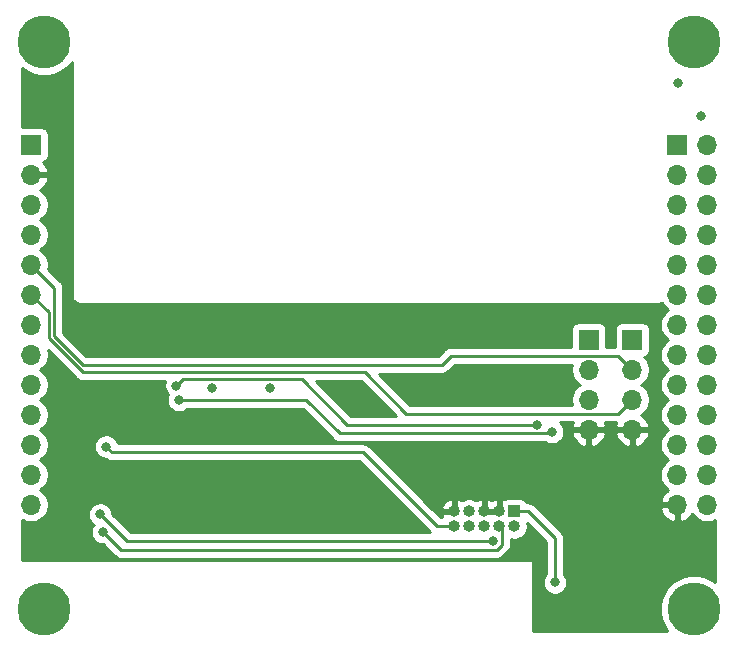
<source format=gbr>
%TF.GenerationSoftware,KiCad,Pcbnew,5.1.10-88a1d61d58~90~ubuntu20.04.1*%
%TF.CreationDate,2021-12-07T12:23:46+00:00*%
%TF.ProjectId,nrf52840,6e726635-3238-4343-902e-6b696361645f,rev?*%
%TF.SameCoordinates,Original*%
%TF.FileFunction,Copper,L2,Bot*%
%TF.FilePolarity,Positive*%
%FSLAX46Y46*%
G04 Gerber Fmt 4.6, Leading zero omitted, Abs format (unit mm)*
G04 Created by KiCad (PCBNEW 5.1.10-88a1d61d58~90~ubuntu20.04.1) date 2021-12-07 12:23:46*
%MOMM*%
%LPD*%
G01*
G04 APERTURE LIST*
%TA.AperFunction,ComponentPad*%
%ADD10O,1.700000X1.700000*%
%TD*%
%TA.AperFunction,ComponentPad*%
%ADD11R,1.700000X1.700000*%
%TD*%
%TA.AperFunction,ComponentPad*%
%ADD12C,4.500000*%
%TD*%
%TA.AperFunction,ComponentPad*%
%ADD13O,1.000000X1.000000*%
%TD*%
%TA.AperFunction,ComponentPad*%
%ADD14R,1.000000X1.000000*%
%TD*%
%TA.AperFunction,ViaPad*%
%ADD15C,0.800000*%
%TD*%
%TA.AperFunction,Conductor*%
%ADD16C,0.250000*%
%TD*%
%TA.AperFunction,Conductor*%
%ADD17C,0.254000*%
%TD*%
%TA.AperFunction,Conductor*%
%ADD18C,0.100000*%
%TD*%
G04 APERTURE END LIST*
D10*
%TO.P,J5,4*%
%TO.N,GND*%
X183600000Y-106320000D03*
%TO.P,J5,3*%
%TO.N,/USB2_DP*%
X183600000Y-103780000D03*
%TO.P,J5,2*%
%TO.N,/USB2_DM*%
X183600000Y-101240000D03*
D11*
%TO.P,J5,1*%
%TO.N,+5V*%
X183600000Y-98700000D03*
%TD*%
D12*
%TO.P,H4,1*%
%TO.N,N/C*%
X192500000Y-121500000D03*
%TD*%
%TO.P,H3,1*%
%TO.N,N/C*%
X192500000Y-73500000D03*
%TD*%
%TO.P,H2,1*%
%TO.N,N/C*%
X137500000Y-121500000D03*
%TD*%
%TO.P,H1,1*%
%TO.N,N/C*%
X137500000Y-73500000D03*
%TD*%
D13*
%TO.P,J4,10*%
%TO.N,Net-(C3-Pad1)*%
X172210000Y-114520000D03*
%TO.P,J4,9*%
%TO.N,GND*%
X172210000Y-113250000D03*
%TO.P,J4,8*%
%TO.N,N/C*%
X173480000Y-114520000D03*
%TO.P,J4,7*%
X173480000Y-113250000D03*
%TO.P,J4,6*%
X174750000Y-114520000D03*
%TO.P,J4,5*%
%TO.N,GND*%
X174750000Y-113250000D03*
%TO.P,J4,4*%
%TO.N,/SWDCLK*%
X176020000Y-114520000D03*
%TO.P,J4,3*%
%TO.N,GND*%
X176020000Y-113250000D03*
%TO.P,J4,2*%
%TO.N,/SWDIO*%
X177290000Y-114520000D03*
D14*
%TO.P,J4,1*%
%TO.N,VDD*%
X177290000Y-113250000D03*
%TD*%
D10*
%TO.P,J3,4*%
%TO.N,GND*%
X187300000Y-106320000D03*
%TO.P,J3,3*%
%TO.N,/USB3_DP*%
X187300000Y-103780000D03*
%TO.P,J3,2*%
%TO.N,/USB3_DM*%
X187300000Y-101240000D03*
D11*
%TO.P,J3,1*%
%TO.N,+5V*%
X187300000Y-98700000D03*
%TD*%
D10*
%TO.P,J2,13*%
%TO.N,N/C*%
X136400000Y-112680000D03*
%TO.P,J2,12*%
X136400000Y-110140000D03*
%TO.P,J2,11*%
X136400000Y-107600000D03*
%TO.P,J2,10*%
X136400000Y-105060000D03*
%TO.P,J2,9*%
X136400000Y-102520000D03*
%TO.P,J2,8*%
X136400000Y-99980000D03*
%TO.P,J2,7*%
X136400000Y-97440000D03*
%TO.P,J2,6*%
%TO.N,/USB3_DP*%
X136400000Y-94900000D03*
%TO.P,J2,5*%
%TO.N,/USB3_DM*%
X136400000Y-92360000D03*
%TO.P,J2,4*%
%TO.N,/USB2_DP*%
X136400000Y-89820000D03*
%TO.P,J2,3*%
%TO.N,/USB2_DM*%
X136400000Y-87280000D03*
%TO.P,J2,2*%
%TO.N,GND*%
X136400000Y-84740000D03*
D11*
%TO.P,J2,1*%
%TO.N,+5V*%
X136400000Y-82200000D03*
%TD*%
D10*
%TO.P,J1,26*%
%TO.N,N/C*%
X193640000Y-112680000D03*
%TO.P,J1,25*%
%TO.N,GND*%
X191100000Y-112680000D03*
%TO.P,J1,24*%
%TO.N,N/C*%
X193640000Y-110140000D03*
%TO.P,J1,23*%
X191100000Y-110140000D03*
%TO.P,J1,22*%
X193640000Y-107600000D03*
%TO.P,J1,21*%
X191100000Y-107600000D03*
%TO.P,J1,20*%
%TO.N,GND*%
X193640000Y-105060000D03*
%TO.P,J1,19*%
%TO.N,N/C*%
X191100000Y-105060000D03*
%TO.P,J1,18*%
X193640000Y-102520000D03*
%TO.P,J1,17*%
%TO.N,+3V3*%
X191100000Y-102520000D03*
%TO.P,J1,16*%
%TO.N,N/C*%
X193640000Y-99980000D03*
%TO.P,J1,15*%
X191100000Y-99980000D03*
%TO.P,J1,14*%
%TO.N,GND*%
X193640000Y-97440000D03*
%TO.P,J1,13*%
%TO.N,N/C*%
X191100000Y-97440000D03*
%TO.P,J1,12*%
X193640000Y-94900000D03*
%TO.P,J1,11*%
X191100000Y-94900000D03*
%TO.P,J1,10*%
X193640000Y-92360000D03*
%TO.P,J1,9*%
%TO.N,GND*%
X191100000Y-92360000D03*
%TO.P,J1,8*%
%TO.N,N/C*%
X193640000Y-89820000D03*
%TO.P,J1,7*%
X191100000Y-89820000D03*
%TO.P,J1,6*%
%TO.N,GND*%
X193640000Y-87280000D03*
%TO.P,J1,5*%
%TO.N,N/C*%
X191100000Y-87280000D03*
%TO.P,J1,4*%
%TO.N,+5V*%
X193640000Y-84740000D03*
%TO.P,J1,3*%
%TO.N,N/C*%
X191100000Y-84740000D03*
%TO.P,J1,2*%
%TO.N,+5V*%
X193640000Y-82200000D03*
D11*
%TO.P,J1,1*%
%TO.N,+3V3*%
X191100000Y-82200000D03*
%TD*%
D15*
%TO.N,*%
X191200000Y-77000000D03*
X193100000Y-79800000D03*
%TO.N,GND*%
X151400000Y-96200000D03*
X141300000Y-96400000D03*
X139700000Y-103200000D03*
X139600000Y-106400000D03*
X139700000Y-110100000D03*
X149800000Y-112600000D03*
X152100000Y-110400000D03*
X154400000Y-112200000D03*
X157900000Y-110700000D03*
X160200000Y-112900000D03*
X159200000Y-105900000D03*
X156600000Y-102800000D03*
X154600000Y-105200000D03*
X151700000Y-102800000D03*
X149800000Y-105800000D03*
X144000000Y-99700000D03*
X161600000Y-102600000D03*
X157300000Y-113800000D03*
X152100000Y-113700000D03*
X140800000Y-116100000D03*
X137500000Y-115400000D03*
X139500000Y-113000000D03*
X180600000Y-96500000D03*
X174100000Y-101200000D03*
X169500000Y-96200000D03*
X185900000Y-96400000D03*
X179600000Y-101900000D03*
X187000000Y-108800000D03*
X179900000Y-109700000D03*
X183300000Y-111100000D03*
X192200000Y-116900000D03*
X187800000Y-118100000D03*
X183500000Y-115100000D03*
X187200000Y-113300000D03*
X172700000Y-111100000D03*
X169500000Y-110700000D03*
X167900000Y-114100000D03*
X137700000Y-77400000D03*
X137600000Y-79400000D03*
X139100000Y-82300000D03*
X138000000Y-86400000D03*
X150200000Y-98300000D03*
%TO.N,VDD*%
X180750000Y-119250000D03*
%TO.N,/USB2_DP*%
X148900000Y-103800000D03*
X180500000Y-106500000D03*
%TO.N,/USB2_DM*%
X148700000Y-102600000D03*
X179200000Y-105900000D03*
%TO.N,/SWDIO*%
X142250000Y-113500000D03*
X175500000Y-115750000D03*
%TO.N,/SWDCLK*%
X142500000Y-115000000D03*
%TO.N,Net-(C3-Pad1)*%
X142750000Y-107750000D03*
%TD*%
D16*
%TO.N,VDD*%
X180750000Y-119250000D02*
X180750000Y-115500000D01*
X178500000Y-113250000D02*
X177290000Y-113250000D01*
X180750000Y-115500000D02*
X178500000Y-113250000D01*
%TO.N,/USB2_DP*%
X148900000Y-103800000D02*
X159700000Y-103800000D01*
X162525001Y-106625001D02*
X180274999Y-106625001D01*
X159700000Y-103800000D02*
X162525001Y-106625001D01*
X180400000Y-106500000D02*
X180500000Y-106500000D01*
X180274999Y-106625001D02*
X180400000Y-106500000D01*
%TO.N,/USB2_DM*%
X159301997Y-102074999D02*
X163126998Y-105900000D01*
X149225001Y-102074999D02*
X159301997Y-102074999D01*
X148700000Y-102600000D02*
X149225001Y-102074999D01*
X163126998Y-105900000D02*
X179200000Y-105900000D01*
%TO.N,/USB3_DP*%
X186124999Y-104955001D02*
X187300000Y-103780000D01*
X164674999Y-101474999D02*
X168155001Y-104955001D01*
X140774999Y-101474999D02*
X164674999Y-101474999D01*
X168155001Y-104955001D02*
X186124999Y-104955001D01*
X137900000Y-98600000D02*
X140774999Y-101474999D01*
X137900000Y-96400000D02*
X137900000Y-98600000D01*
X136400000Y-94900000D02*
X137900000Y-96400000D01*
%TO.N,/USB3_DM*%
X138350010Y-94310010D02*
X136400000Y-92360000D01*
X171174999Y-100825001D02*
X140761411Y-100825001D01*
X138350010Y-98413600D02*
X138350010Y-94310010D01*
X171935001Y-100064999D02*
X171174999Y-100825001D01*
X140761411Y-100825001D02*
X138350010Y-98413600D01*
X186124999Y-100064999D02*
X171935001Y-100064999D01*
X187300000Y-101240000D02*
X186124999Y-100064999D01*
%TO.N,/SWDIO*%
X142250000Y-113500000D02*
X144500000Y-115750000D01*
X144500000Y-115750000D02*
X175500000Y-115750000D01*
%TO.N,/SWDCLK*%
X176250000Y-114750000D02*
X176020000Y-114520000D01*
X176250000Y-116073002D02*
X176250000Y-114750000D01*
X144000000Y-116500000D02*
X175823002Y-116500000D01*
X175823002Y-116500000D02*
X176250000Y-116073002D01*
X142500000Y-115000000D02*
X144000000Y-116500000D01*
%TO.N,Net-(C3-Pad1)*%
X142750000Y-107750000D02*
X143250000Y-108250000D01*
X143250000Y-108250000D02*
X164500000Y-108250000D01*
X170770000Y-114520000D02*
X172210000Y-114520000D01*
X164500000Y-108250000D02*
X170770000Y-114520000D01*
%TD*%
D17*
%TO.N,GND*%
X139840000Y-94967581D02*
X139836807Y-95000000D01*
X139849550Y-95129383D01*
X139887290Y-95253793D01*
X139948575Y-95368450D01*
X139983497Y-95411002D01*
X140031052Y-95468948D01*
X140131550Y-95551425D01*
X140246207Y-95612710D01*
X140370617Y-95650450D01*
X140500000Y-95663193D01*
X140532419Y-95660000D01*
X189467581Y-95660000D01*
X189500000Y-95663193D01*
X189532419Y-95660000D01*
X189629383Y-95650450D01*
X189753793Y-95612710D01*
X189781686Y-95597801D01*
X189784010Y-95603411D01*
X189946525Y-95846632D01*
X190153368Y-96053475D01*
X190327760Y-96170000D01*
X190153368Y-96286525D01*
X189946525Y-96493368D01*
X189784010Y-96736589D01*
X189672068Y-97006842D01*
X189615000Y-97293740D01*
X189615000Y-97586260D01*
X189672068Y-97873158D01*
X189784010Y-98143411D01*
X189946525Y-98386632D01*
X190153368Y-98593475D01*
X190327760Y-98710000D01*
X190153368Y-98826525D01*
X189946525Y-99033368D01*
X189784010Y-99276589D01*
X189672068Y-99546842D01*
X189615000Y-99833740D01*
X189615000Y-100126260D01*
X189672068Y-100413158D01*
X189784010Y-100683411D01*
X189946525Y-100926632D01*
X190153368Y-101133475D01*
X190327760Y-101250000D01*
X190153368Y-101366525D01*
X189946525Y-101573368D01*
X189784010Y-101816589D01*
X189672068Y-102086842D01*
X189615000Y-102373740D01*
X189615000Y-102666260D01*
X189672068Y-102953158D01*
X189784010Y-103223411D01*
X189946525Y-103466632D01*
X190153368Y-103673475D01*
X190327760Y-103790000D01*
X190153368Y-103906525D01*
X189946525Y-104113368D01*
X189784010Y-104356589D01*
X189672068Y-104626842D01*
X189615000Y-104913740D01*
X189615000Y-105206260D01*
X189672068Y-105493158D01*
X189784010Y-105763411D01*
X189946525Y-106006632D01*
X190153368Y-106213475D01*
X190327760Y-106330000D01*
X190153368Y-106446525D01*
X189946525Y-106653368D01*
X189784010Y-106896589D01*
X189672068Y-107166842D01*
X189615000Y-107453740D01*
X189615000Y-107746260D01*
X189672068Y-108033158D01*
X189784010Y-108303411D01*
X189946525Y-108546632D01*
X190153368Y-108753475D01*
X190327760Y-108870000D01*
X190153368Y-108986525D01*
X189946525Y-109193368D01*
X189784010Y-109436589D01*
X189672068Y-109706842D01*
X189615000Y-109993740D01*
X189615000Y-110286260D01*
X189672068Y-110573158D01*
X189784010Y-110843411D01*
X189946525Y-111086632D01*
X190153368Y-111293475D01*
X190335534Y-111415195D01*
X190218645Y-111484822D01*
X190002412Y-111679731D01*
X189828359Y-111913080D01*
X189703175Y-112175901D01*
X189658524Y-112323110D01*
X189779845Y-112553000D01*
X190973000Y-112553000D01*
X190973000Y-112533000D01*
X191227000Y-112533000D01*
X191227000Y-112553000D01*
X191247000Y-112553000D01*
X191247000Y-112807000D01*
X191227000Y-112807000D01*
X191227000Y-114000814D01*
X191456891Y-114121481D01*
X191731252Y-114024157D01*
X191981355Y-113875178D01*
X192197588Y-113680269D01*
X192368900Y-113450594D01*
X192486525Y-113626632D01*
X192693368Y-113833475D01*
X192936589Y-113995990D01*
X193206842Y-114107932D01*
X193493740Y-114165000D01*
X193786260Y-114165000D01*
X194073158Y-114107932D01*
X194340000Y-113997403D01*
X194340000Y-119259994D01*
X194339080Y-119259074D01*
X193866560Y-118943346D01*
X193341523Y-118725869D01*
X192784148Y-118615000D01*
X192215852Y-118615000D01*
X191658477Y-118725869D01*
X191133440Y-118943346D01*
X190660920Y-119259074D01*
X190259074Y-119660920D01*
X189943346Y-120133440D01*
X189725869Y-120658477D01*
X189615000Y-121215852D01*
X189615000Y-121784148D01*
X189725869Y-122341523D01*
X189943346Y-122866560D01*
X190259074Y-123339080D01*
X190259994Y-123340000D01*
X178877000Y-123340000D01*
X178877000Y-117500000D01*
X178874560Y-117475224D01*
X178867333Y-117451399D01*
X178855597Y-117429443D01*
X178839803Y-117410197D01*
X178820557Y-117394403D01*
X178798601Y-117382667D01*
X178774776Y-117375440D01*
X178750000Y-117373000D01*
X135660000Y-117373000D01*
X135660000Y-113971542D01*
X135696589Y-113995990D01*
X135966842Y-114107932D01*
X136253740Y-114165000D01*
X136546260Y-114165000D01*
X136833158Y-114107932D01*
X137103411Y-113995990D01*
X137346632Y-113833475D01*
X137553475Y-113626632D01*
X137706201Y-113398061D01*
X141215000Y-113398061D01*
X141215000Y-113601939D01*
X141254774Y-113801898D01*
X141332795Y-113990256D01*
X141446063Y-114159774D01*
X141590226Y-114303937D01*
X141680159Y-114364028D01*
X141582795Y-114509744D01*
X141504774Y-114698102D01*
X141465000Y-114898061D01*
X141465000Y-115101939D01*
X141504774Y-115301898D01*
X141582795Y-115490256D01*
X141696063Y-115659774D01*
X141840226Y-115803937D01*
X142009744Y-115917205D01*
X142198102Y-115995226D01*
X142398061Y-116035000D01*
X142460199Y-116035000D01*
X143436201Y-117011003D01*
X143459999Y-117040001D01*
X143575724Y-117134974D01*
X143707753Y-117205546D01*
X143851014Y-117249003D01*
X143962667Y-117260000D01*
X143962676Y-117260000D01*
X143999999Y-117263676D01*
X144037322Y-117260000D01*
X175785680Y-117260000D01*
X175823002Y-117263676D01*
X175860324Y-117260000D01*
X175860335Y-117260000D01*
X175971988Y-117249003D01*
X176115249Y-117205546D01*
X176247278Y-117134974D01*
X176363003Y-117040001D01*
X176386806Y-117010997D01*
X176760998Y-116636805D01*
X176790001Y-116613003D01*
X176884974Y-116497278D01*
X176955546Y-116365249D01*
X176999003Y-116221988D01*
X177010000Y-116110335D01*
X177010000Y-116110326D01*
X177013676Y-116073003D01*
X177010000Y-116035680D01*
X177010000Y-115621541D01*
X177178212Y-115655000D01*
X177401788Y-115655000D01*
X177621067Y-115611383D01*
X177827624Y-115525824D01*
X178013520Y-115401612D01*
X178171612Y-115243520D01*
X178295824Y-115057624D01*
X178381383Y-114851067D01*
X178425000Y-114631788D01*
X178425000Y-114408212D01*
X178385666Y-114210468D01*
X179990001Y-115814803D01*
X179990000Y-118546289D01*
X179946063Y-118590226D01*
X179832795Y-118759744D01*
X179754774Y-118948102D01*
X179715000Y-119148061D01*
X179715000Y-119351939D01*
X179754774Y-119551898D01*
X179832795Y-119740256D01*
X179946063Y-119909774D01*
X180090226Y-120053937D01*
X180259744Y-120167205D01*
X180448102Y-120245226D01*
X180648061Y-120285000D01*
X180851939Y-120285000D01*
X181051898Y-120245226D01*
X181240256Y-120167205D01*
X181409774Y-120053937D01*
X181553937Y-119909774D01*
X181667205Y-119740256D01*
X181745226Y-119551898D01*
X181785000Y-119351939D01*
X181785000Y-119148061D01*
X181745226Y-118948102D01*
X181667205Y-118759744D01*
X181553937Y-118590226D01*
X181510000Y-118546289D01*
X181510000Y-115537333D01*
X181513677Y-115500000D01*
X181499003Y-115351014D01*
X181455546Y-115207753D01*
X181384974Y-115075724D01*
X181313799Y-114988997D01*
X181290001Y-114959999D01*
X181261003Y-114936201D01*
X179361692Y-113036890D01*
X189658524Y-113036890D01*
X189703175Y-113184099D01*
X189828359Y-113446920D01*
X190002412Y-113680269D01*
X190218645Y-113875178D01*
X190468748Y-114024157D01*
X190743109Y-114121481D01*
X190973000Y-114000814D01*
X190973000Y-112807000D01*
X189779845Y-112807000D01*
X189658524Y-113036890D01*
X179361692Y-113036890D01*
X179063804Y-112739003D01*
X179040001Y-112709999D01*
X178924276Y-112615026D01*
X178792247Y-112544454D01*
X178648986Y-112500997D01*
X178537333Y-112490000D01*
X178537322Y-112490000D01*
X178500000Y-112486324D01*
X178462678Y-112490000D01*
X178371046Y-112490000D01*
X178320537Y-112395506D01*
X178241185Y-112298815D01*
X178144494Y-112219463D01*
X178034180Y-112160498D01*
X177914482Y-112124188D01*
X177790000Y-112111928D01*
X176790000Y-112111928D01*
X176665518Y-112124188D01*
X176545820Y-112160498D01*
X176456820Y-112208070D01*
X176376864Y-112172554D01*
X176321874Y-112155881D01*
X176147000Y-112282046D01*
X176147000Y-113123000D01*
X176151928Y-113123000D01*
X176151928Y-113377000D01*
X176147000Y-113377000D01*
X176147000Y-113388026D01*
X176131788Y-113385000D01*
X175908212Y-113385000D01*
X175893000Y-113388026D01*
X175893000Y-113377000D01*
X174877000Y-113377000D01*
X174877000Y-113388026D01*
X174861788Y-113385000D01*
X174638212Y-113385000D01*
X174623000Y-113388026D01*
X174623000Y-113377000D01*
X174611974Y-113377000D01*
X174615000Y-113361788D01*
X174615000Y-113138212D01*
X174611974Y-113123000D01*
X174623000Y-113123000D01*
X174623000Y-112282046D01*
X174877000Y-112282046D01*
X174877000Y-113123000D01*
X175893000Y-113123000D01*
X175893000Y-112282046D01*
X175718126Y-112155881D01*
X175663136Y-112172554D01*
X175459794Y-112262877D01*
X175385000Y-112315639D01*
X175310206Y-112262877D01*
X175106864Y-112172554D01*
X175051874Y-112155881D01*
X174877000Y-112282046D01*
X174623000Y-112282046D01*
X174448126Y-112155881D01*
X174393136Y-112172554D01*
X174189794Y-112262877D01*
X174119658Y-112312353D01*
X174017624Y-112244176D01*
X173811067Y-112158617D01*
X173591788Y-112115000D01*
X173368212Y-112115000D01*
X173148933Y-112158617D01*
X172942376Y-112244176D01*
X172840342Y-112312353D01*
X172770206Y-112262877D01*
X172566864Y-112172554D01*
X172511874Y-112155881D01*
X172337000Y-112282046D01*
X172337000Y-113123000D01*
X172348026Y-113123000D01*
X172345000Y-113138212D01*
X172345000Y-113361788D01*
X172348026Y-113377000D01*
X172337000Y-113377000D01*
X172337000Y-113388026D01*
X172321788Y-113385000D01*
X172098212Y-113385000D01*
X172083000Y-113388026D01*
X172083000Y-113377000D01*
X171240871Y-113377000D01*
X171115874Y-113551876D01*
X171195790Y-113759529D01*
X171196088Y-113760000D01*
X171084802Y-113760000D01*
X170272926Y-112948124D01*
X171115874Y-112948124D01*
X171240871Y-113123000D01*
X172083000Y-113123000D01*
X172083000Y-112282046D01*
X171908126Y-112155881D01*
X171853136Y-112172554D01*
X171649794Y-112262877D01*
X171467980Y-112391135D01*
X171314682Y-112552399D01*
X171195790Y-112740471D01*
X171115874Y-112948124D01*
X170272926Y-112948124D01*
X165063804Y-107739003D01*
X165040001Y-107709999D01*
X164924276Y-107615026D01*
X164792247Y-107544454D01*
X164648986Y-107500997D01*
X164537333Y-107490000D01*
X164537322Y-107490000D01*
X164500000Y-107486324D01*
X164462678Y-107490000D01*
X143753560Y-107490000D01*
X143745226Y-107448102D01*
X143667205Y-107259744D01*
X143553937Y-107090226D01*
X143409774Y-106946063D01*
X143240256Y-106832795D01*
X143051898Y-106754774D01*
X142851939Y-106715000D01*
X142648061Y-106715000D01*
X142448102Y-106754774D01*
X142259744Y-106832795D01*
X142090226Y-106946063D01*
X141946063Y-107090226D01*
X141832795Y-107259744D01*
X141754774Y-107448102D01*
X141715000Y-107648061D01*
X141715000Y-107851939D01*
X141754774Y-108051898D01*
X141832795Y-108240256D01*
X141946063Y-108409774D01*
X142090226Y-108553937D01*
X142259744Y-108667205D01*
X142448102Y-108745226D01*
X142648061Y-108785000D01*
X142705895Y-108785000D01*
X142709999Y-108790001D01*
X142825724Y-108884974D01*
X142957753Y-108955546D01*
X143101014Y-108999003D01*
X143212667Y-109010000D01*
X143212675Y-109010000D01*
X143250000Y-109013676D01*
X143287325Y-109010000D01*
X164185199Y-109010000D01*
X170165198Y-114990000D01*
X144814802Y-114990000D01*
X143285000Y-113460199D01*
X143285000Y-113398061D01*
X143245226Y-113198102D01*
X143167205Y-113009744D01*
X143053937Y-112840226D01*
X142909774Y-112696063D01*
X142740256Y-112582795D01*
X142551898Y-112504774D01*
X142351939Y-112465000D01*
X142148061Y-112465000D01*
X141948102Y-112504774D01*
X141759744Y-112582795D01*
X141590226Y-112696063D01*
X141446063Y-112840226D01*
X141332795Y-113009744D01*
X141254774Y-113198102D01*
X141215000Y-113398061D01*
X137706201Y-113398061D01*
X137715990Y-113383411D01*
X137827932Y-113113158D01*
X137885000Y-112826260D01*
X137885000Y-112533740D01*
X137827932Y-112246842D01*
X137715990Y-111976589D01*
X137553475Y-111733368D01*
X137346632Y-111526525D01*
X137172240Y-111410000D01*
X137346632Y-111293475D01*
X137553475Y-111086632D01*
X137715990Y-110843411D01*
X137827932Y-110573158D01*
X137885000Y-110286260D01*
X137885000Y-109993740D01*
X137827932Y-109706842D01*
X137715990Y-109436589D01*
X137553475Y-109193368D01*
X137346632Y-108986525D01*
X137172240Y-108870000D01*
X137346632Y-108753475D01*
X137553475Y-108546632D01*
X137715990Y-108303411D01*
X137827932Y-108033158D01*
X137885000Y-107746260D01*
X137885000Y-107453740D01*
X137827932Y-107166842D01*
X137715990Y-106896589D01*
X137553475Y-106653368D01*
X137346632Y-106446525D01*
X137172240Y-106330000D01*
X137346632Y-106213475D01*
X137553475Y-106006632D01*
X137715990Y-105763411D01*
X137827932Y-105493158D01*
X137885000Y-105206260D01*
X137885000Y-104913740D01*
X137827932Y-104626842D01*
X137715990Y-104356589D01*
X137553475Y-104113368D01*
X137346632Y-103906525D01*
X137172240Y-103790000D01*
X137346632Y-103673475D01*
X137553475Y-103466632D01*
X137715990Y-103223411D01*
X137827932Y-102953158D01*
X137885000Y-102666260D01*
X137885000Y-102373740D01*
X137827932Y-102086842D01*
X137715990Y-101816589D01*
X137553475Y-101573368D01*
X137346632Y-101366525D01*
X137172240Y-101250000D01*
X137346632Y-101133475D01*
X137553475Y-100926632D01*
X137715990Y-100683411D01*
X137827932Y-100413158D01*
X137885000Y-100126260D01*
X137885000Y-99833740D01*
X137841810Y-99616611D01*
X140211199Y-101986001D01*
X140234998Y-102015000D01*
X140263996Y-102038798D01*
X140350723Y-102109973D01*
X140482752Y-102180545D01*
X140626013Y-102224002D01*
X140774999Y-102238676D01*
X140812332Y-102234999D01*
X147730912Y-102234999D01*
X147704774Y-102298102D01*
X147665000Y-102498061D01*
X147665000Y-102701939D01*
X147704774Y-102901898D01*
X147782795Y-103090256D01*
X147896063Y-103259774D01*
X147972028Y-103335739D01*
X147904774Y-103498102D01*
X147865000Y-103698061D01*
X147865000Y-103901939D01*
X147904774Y-104101898D01*
X147982795Y-104290256D01*
X148096063Y-104459774D01*
X148240226Y-104603937D01*
X148409744Y-104717205D01*
X148598102Y-104795226D01*
X148798061Y-104835000D01*
X149001939Y-104835000D01*
X149201898Y-104795226D01*
X149390256Y-104717205D01*
X149559774Y-104603937D01*
X149603711Y-104560000D01*
X159385199Y-104560000D01*
X161961202Y-107136004D01*
X161985000Y-107165002D01*
X162100725Y-107259975D01*
X162232754Y-107330547D01*
X162376015Y-107374004D01*
X162487668Y-107385001D01*
X162487676Y-107385001D01*
X162525001Y-107388677D01*
X162562326Y-107385001D01*
X179961547Y-107385001D01*
X180009744Y-107417205D01*
X180198102Y-107495226D01*
X180398061Y-107535000D01*
X180601939Y-107535000D01*
X180801898Y-107495226D01*
X180990256Y-107417205D01*
X181159774Y-107303937D01*
X181303937Y-107159774D01*
X181417205Y-106990256D01*
X181495226Y-106801898D01*
X181520091Y-106676890D01*
X182158524Y-106676890D01*
X182203175Y-106824099D01*
X182328359Y-107086920D01*
X182502412Y-107320269D01*
X182718645Y-107515178D01*
X182968748Y-107664157D01*
X183243109Y-107761481D01*
X183473000Y-107640814D01*
X183473000Y-106447000D01*
X183727000Y-106447000D01*
X183727000Y-107640814D01*
X183956891Y-107761481D01*
X184231252Y-107664157D01*
X184481355Y-107515178D01*
X184697588Y-107320269D01*
X184871641Y-107086920D01*
X184996825Y-106824099D01*
X185041476Y-106676890D01*
X185858524Y-106676890D01*
X185903175Y-106824099D01*
X186028359Y-107086920D01*
X186202412Y-107320269D01*
X186418645Y-107515178D01*
X186668748Y-107664157D01*
X186943109Y-107761481D01*
X187173000Y-107640814D01*
X187173000Y-106447000D01*
X187427000Y-106447000D01*
X187427000Y-107640814D01*
X187656891Y-107761481D01*
X187931252Y-107664157D01*
X188181355Y-107515178D01*
X188397588Y-107320269D01*
X188571641Y-107086920D01*
X188696825Y-106824099D01*
X188741476Y-106676890D01*
X188620155Y-106447000D01*
X187427000Y-106447000D01*
X187173000Y-106447000D01*
X185979845Y-106447000D01*
X185858524Y-106676890D01*
X185041476Y-106676890D01*
X184920155Y-106447000D01*
X183727000Y-106447000D01*
X183473000Y-106447000D01*
X182279845Y-106447000D01*
X182158524Y-106676890D01*
X181520091Y-106676890D01*
X181535000Y-106601939D01*
X181535000Y-106398061D01*
X181495226Y-106198102D01*
X181417205Y-106009744D01*
X181303937Y-105840226D01*
X181178712Y-105715001D01*
X182251235Y-105715001D01*
X182203175Y-105815901D01*
X182158524Y-105963110D01*
X182279845Y-106193000D01*
X183473000Y-106193000D01*
X183473000Y-106173000D01*
X183727000Y-106173000D01*
X183727000Y-106193000D01*
X184920155Y-106193000D01*
X185041476Y-105963110D01*
X184996825Y-105815901D01*
X184948765Y-105715001D01*
X185951235Y-105715001D01*
X185903175Y-105815901D01*
X185858524Y-105963110D01*
X185979845Y-106193000D01*
X187173000Y-106193000D01*
X187173000Y-106173000D01*
X187427000Y-106173000D01*
X187427000Y-106193000D01*
X188620155Y-106193000D01*
X188741476Y-105963110D01*
X188696825Y-105815901D01*
X188571641Y-105553080D01*
X188397588Y-105319731D01*
X188181355Y-105124822D01*
X188064466Y-105055195D01*
X188246632Y-104933475D01*
X188453475Y-104726632D01*
X188615990Y-104483411D01*
X188727932Y-104213158D01*
X188785000Y-103926260D01*
X188785000Y-103633740D01*
X188727932Y-103346842D01*
X188615990Y-103076589D01*
X188453475Y-102833368D01*
X188246632Y-102626525D01*
X188072240Y-102510000D01*
X188246632Y-102393475D01*
X188453475Y-102186632D01*
X188615990Y-101943411D01*
X188727932Y-101673158D01*
X188785000Y-101386260D01*
X188785000Y-101093740D01*
X188727932Y-100806842D01*
X188615990Y-100536589D01*
X188453475Y-100293368D01*
X188321620Y-100161513D01*
X188394180Y-100139502D01*
X188504494Y-100080537D01*
X188601185Y-100001185D01*
X188680537Y-99904494D01*
X188739502Y-99794180D01*
X188775812Y-99674482D01*
X188788072Y-99550000D01*
X188788072Y-97850000D01*
X188775812Y-97725518D01*
X188739502Y-97605820D01*
X188680537Y-97495506D01*
X188601185Y-97398815D01*
X188504494Y-97319463D01*
X188394180Y-97260498D01*
X188274482Y-97224188D01*
X188150000Y-97211928D01*
X186450000Y-97211928D01*
X186325518Y-97224188D01*
X186205820Y-97260498D01*
X186095506Y-97319463D01*
X185998815Y-97398815D01*
X185919463Y-97495506D01*
X185860498Y-97605820D01*
X185824188Y-97725518D01*
X185811928Y-97850000D01*
X185811928Y-99304999D01*
X185088072Y-99304999D01*
X185088072Y-97850000D01*
X185075812Y-97725518D01*
X185039502Y-97605820D01*
X184980537Y-97495506D01*
X184901185Y-97398815D01*
X184804494Y-97319463D01*
X184694180Y-97260498D01*
X184574482Y-97224188D01*
X184450000Y-97211928D01*
X182750000Y-97211928D01*
X182625518Y-97224188D01*
X182505820Y-97260498D01*
X182395506Y-97319463D01*
X182298815Y-97398815D01*
X182219463Y-97495506D01*
X182160498Y-97605820D01*
X182124188Y-97725518D01*
X182111928Y-97850000D01*
X182111928Y-99304999D01*
X171972323Y-99304999D01*
X171935000Y-99301323D01*
X171897677Y-99304999D01*
X171897668Y-99304999D01*
X171786015Y-99315996D01*
X171677204Y-99349003D01*
X171642754Y-99359453D01*
X171510724Y-99430025D01*
X171427084Y-99498667D01*
X171395000Y-99524998D01*
X171371202Y-99553997D01*
X170860198Y-100065001D01*
X141076213Y-100065001D01*
X139110010Y-98098799D01*
X139110010Y-94347343D01*
X139113687Y-94310010D01*
X139099013Y-94161024D01*
X139055556Y-94017763D01*
X138984984Y-93885734D01*
X138913809Y-93799007D01*
X138890011Y-93770009D01*
X138861013Y-93746211D01*
X137841209Y-92726408D01*
X137885000Y-92506260D01*
X137885000Y-92213740D01*
X137827932Y-91926842D01*
X137715990Y-91656589D01*
X137553475Y-91413368D01*
X137346632Y-91206525D01*
X137172240Y-91090000D01*
X137346632Y-90973475D01*
X137553475Y-90766632D01*
X137715990Y-90523411D01*
X137827932Y-90253158D01*
X137885000Y-89966260D01*
X137885000Y-89673740D01*
X137827932Y-89386842D01*
X137715990Y-89116589D01*
X137553475Y-88873368D01*
X137346632Y-88666525D01*
X137172240Y-88550000D01*
X137346632Y-88433475D01*
X137553475Y-88226632D01*
X137715990Y-87983411D01*
X137827932Y-87713158D01*
X137885000Y-87426260D01*
X137885000Y-87133740D01*
X137827932Y-86846842D01*
X137715990Y-86576589D01*
X137553475Y-86333368D01*
X137346632Y-86126525D01*
X137164466Y-86004805D01*
X137281355Y-85935178D01*
X137497588Y-85740269D01*
X137671641Y-85506920D01*
X137796825Y-85244099D01*
X137841476Y-85096890D01*
X137720155Y-84867000D01*
X136527000Y-84867000D01*
X136527000Y-84887000D01*
X136273000Y-84887000D01*
X136273000Y-84867000D01*
X136253000Y-84867000D01*
X136253000Y-84613000D01*
X136273000Y-84613000D01*
X136273000Y-84593000D01*
X136527000Y-84593000D01*
X136527000Y-84613000D01*
X137720155Y-84613000D01*
X137841476Y-84383110D01*
X137796825Y-84235901D01*
X137671641Y-83973080D01*
X137497588Y-83739731D01*
X137413534Y-83663966D01*
X137494180Y-83639502D01*
X137604494Y-83580537D01*
X137701185Y-83501185D01*
X137780537Y-83404494D01*
X137839502Y-83294180D01*
X137875812Y-83174482D01*
X137888072Y-83050000D01*
X137888072Y-81350000D01*
X137875812Y-81225518D01*
X137839502Y-81105820D01*
X137780537Y-80995506D01*
X137701185Y-80898815D01*
X137604494Y-80819463D01*
X137494180Y-80760498D01*
X137374482Y-80724188D01*
X137250000Y-80711928D01*
X135660000Y-80711928D01*
X135660000Y-75740006D01*
X135660920Y-75740926D01*
X136133440Y-76056654D01*
X136658477Y-76274131D01*
X137215852Y-76385000D01*
X137784148Y-76385000D01*
X138341523Y-76274131D01*
X138866560Y-76056654D01*
X139339080Y-75740926D01*
X139740926Y-75339080D01*
X139840001Y-75190804D01*
X139840000Y-94967581D01*
%TA.AperFunction,Conductor*%
D18*
G36*
X139840000Y-94967581D02*
G01*
X139836807Y-95000000D01*
X139849550Y-95129383D01*
X139887290Y-95253793D01*
X139948575Y-95368450D01*
X139983497Y-95411002D01*
X140031052Y-95468948D01*
X140131550Y-95551425D01*
X140246207Y-95612710D01*
X140370617Y-95650450D01*
X140500000Y-95663193D01*
X140532419Y-95660000D01*
X189467581Y-95660000D01*
X189500000Y-95663193D01*
X189532419Y-95660000D01*
X189629383Y-95650450D01*
X189753793Y-95612710D01*
X189781686Y-95597801D01*
X189784010Y-95603411D01*
X189946525Y-95846632D01*
X190153368Y-96053475D01*
X190327760Y-96170000D01*
X190153368Y-96286525D01*
X189946525Y-96493368D01*
X189784010Y-96736589D01*
X189672068Y-97006842D01*
X189615000Y-97293740D01*
X189615000Y-97586260D01*
X189672068Y-97873158D01*
X189784010Y-98143411D01*
X189946525Y-98386632D01*
X190153368Y-98593475D01*
X190327760Y-98710000D01*
X190153368Y-98826525D01*
X189946525Y-99033368D01*
X189784010Y-99276589D01*
X189672068Y-99546842D01*
X189615000Y-99833740D01*
X189615000Y-100126260D01*
X189672068Y-100413158D01*
X189784010Y-100683411D01*
X189946525Y-100926632D01*
X190153368Y-101133475D01*
X190327760Y-101250000D01*
X190153368Y-101366525D01*
X189946525Y-101573368D01*
X189784010Y-101816589D01*
X189672068Y-102086842D01*
X189615000Y-102373740D01*
X189615000Y-102666260D01*
X189672068Y-102953158D01*
X189784010Y-103223411D01*
X189946525Y-103466632D01*
X190153368Y-103673475D01*
X190327760Y-103790000D01*
X190153368Y-103906525D01*
X189946525Y-104113368D01*
X189784010Y-104356589D01*
X189672068Y-104626842D01*
X189615000Y-104913740D01*
X189615000Y-105206260D01*
X189672068Y-105493158D01*
X189784010Y-105763411D01*
X189946525Y-106006632D01*
X190153368Y-106213475D01*
X190327760Y-106330000D01*
X190153368Y-106446525D01*
X189946525Y-106653368D01*
X189784010Y-106896589D01*
X189672068Y-107166842D01*
X189615000Y-107453740D01*
X189615000Y-107746260D01*
X189672068Y-108033158D01*
X189784010Y-108303411D01*
X189946525Y-108546632D01*
X190153368Y-108753475D01*
X190327760Y-108870000D01*
X190153368Y-108986525D01*
X189946525Y-109193368D01*
X189784010Y-109436589D01*
X189672068Y-109706842D01*
X189615000Y-109993740D01*
X189615000Y-110286260D01*
X189672068Y-110573158D01*
X189784010Y-110843411D01*
X189946525Y-111086632D01*
X190153368Y-111293475D01*
X190335534Y-111415195D01*
X190218645Y-111484822D01*
X190002412Y-111679731D01*
X189828359Y-111913080D01*
X189703175Y-112175901D01*
X189658524Y-112323110D01*
X189779845Y-112553000D01*
X190973000Y-112553000D01*
X190973000Y-112533000D01*
X191227000Y-112533000D01*
X191227000Y-112553000D01*
X191247000Y-112553000D01*
X191247000Y-112807000D01*
X191227000Y-112807000D01*
X191227000Y-114000814D01*
X191456891Y-114121481D01*
X191731252Y-114024157D01*
X191981355Y-113875178D01*
X192197588Y-113680269D01*
X192368900Y-113450594D01*
X192486525Y-113626632D01*
X192693368Y-113833475D01*
X192936589Y-113995990D01*
X193206842Y-114107932D01*
X193493740Y-114165000D01*
X193786260Y-114165000D01*
X194073158Y-114107932D01*
X194340000Y-113997403D01*
X194340000Y-119259994D01*
X194339080Y-119259074D01*
X193866560Y-118943346D01*
X193341523Y-118725869D01*
X192784148Y-118615000D01*
X192215852Y-118615000D01*
X191658477Y-118725869D01*
X191133440Y-118943346D01*
X190660920Y-119259074D01*
X190259074Y-119660920D01*
X189943346Y-120133440D01*
X189725869Y-120658477D01*
X189615000Y-121215852D01*
X189615000Y-121784148D01*
X189725869Y-122341523D01*
X189943346Y-122866560D01*
X190259074Y-123339080D01*
X190259994Y-123340000D01*
X178877000Y-123340000D01*
X178877000Y-117500000D01*
X178874560Y-117475224D01*
X178867333Y-117451399D01*
X178855597Y-117429443D01*
X178839803Y-117410197D01*
X178820557Y-117394403D01*
X178798601Y-117382667D01*
X178774776Y-117375440D01*
X178750000Y-117373000D01*
X135660000Y-117373000D01*
X135660000Y-113971542D01*
X135696589Y-113995990D01*
X135966842Y-114107932D01*
X136253740Y-114165000D01*
X136546260Y-114165000D01*
X136833158Y-114107932D01*
X137103411Y-113995990D01*
X137346632Y-113833475D01*
X137553475Y-113626632D01*
X137706201Y-113398061D01*
X141215000Y-113398061D01*
X141215000Y-113601939D01*
X141254774Y-113801898D01*
X141332795Y-113990256D01*
X141446063Y-114159774D01*
X141590226Y-114303937D01*
X141680159Y-114364028D01*
X141582795Y-114509744D01*
X141504774Y-114698102D01*
X141465000Y-114898061D01*
X141465000Y-115101939D01*
X141504774Y-115301898D01*
X141582795Y-115490256D01*
X141696063Y-115659774D01*
X141840226Y-115803937D01*
X142009744Y-115917205D01*
X142198102Y-115995226D01*
X142398061Y-116035000D01*
X142460199Y-116035000D01*
X143436201Y-117011003D01*
X143459999Y-117040001D01*
X143575724Y-117134974D01*
X143707753Y-117205546D01*
X143851014Y-117249003D01*
X143962667Y-117260000D01*
X143962676Y-117260000D01*
X143999999Y-117263676D01*
X144037322Y-117260000D01*
X175785680Y-117260000D01*
X175823002Y-117263676D01*
X175860324Y-117260000D01*
X175860335Y-117260000D01*
X175971988Y-117249003D01*
X176115249Y-117205546D01*
X176247278Y-117134974D01*
X176363003Y-117040001D01*
X176386806Y-117010997D01*
X176760998Y-116636805D01*
X176790001Y-116613003D01*
X176884974Y-116497278D01*
X176955546Y-116365249D01*
X176999003Y-116221988D01*
X177010000Y-116110335D01*
X177010000Y-116110326D01*
X177013676Y-116073003D01*
X177010000Y-116035680D01*
X177010000Y-115621541D01*
X177178212Y-115655000D01*
X177401788Y-115655000D01*
X177621067Y-115611383D01*
X177827624Y-115525824D01*
X178013520Y-115401612D01*
X178171612Y-115243520D01*
X178295824Y-115057624D01*
X178381383Y-114851067D01*
X178425000Y-114631788D01*
X178425000Y-114408212D01*
X178385666Y-114210468D01*
X179990001Y-115814803D01*
X179990000Y-118546289D01*
X179946063Y-118590226D01*
X179832795Y-118759744D01*
X179754774Y-118948102D01*
X179715000Y-119148061D01*
X179715000Y-119351939D01*
X179754774Y-119551898D01*
X179832795Y-119740256D01*
X179946063Y-119909774D01*
X180090226Y-120053937D01*
X180259744Y-120167205D01*
X180448102Y-120245226D01*
X180648061Y-120285000D01*
X180851939Y-120285000D01*
X181051898Y-120245226D01*
X181240256Y-120167205D01*
X181409774Y-120053937D01*
X181553937Y-119909774D01*
X181667205Y-119740256D01*
X181745226Y-119551898D01*
X181785000Y-119351939D01*
X181785000Y-119148061D01*
X181745226Y-118948102D01*
X181667205Y-118759744D01*
X181553937Y-118590226D01*
X181510000Y-118546289D01*
X181510000Y-115537333D01*
X181513677Y-115500000D01*
X181499003Y-115351014D01*
X181455546Y-115207753D01*
X181384974Y-115075724D01*
X181313799Y-114988997D01*
X181290001Y-114959999D01*
X181261003Y-114936201D01*
X179361692Y-113036890D01*
X189658524Y-113036890D01*
X189703175Y-113184099D01*
X189828359Y-113446920D01*
X190002412Y-113680269D01*
X190218645Y-113875178D01*
X190468748Y-114024157D01*
X190743109Y-114121481D01*
X190973000Y-114000814D01*
X190973000Y-112807000D01*
X189779845Y-112807000D01*
X189658524Y-113036890D01*
X179361692Y-113036890D01*
X179063804Y-112739003D01*
X179040001Y-112709999D01*
X178924276Y-112615026D01*
X178792247Y-112544454D01*
X178648986Y-112500997D01*
X178537333Y-112490000D01*
X178537322Y-112490000D01*
X178500000Y-112486324D01*
X178462678Y-112490000D01*
X178371046Y-112490000D01*
X178320537Y-112395506D01*
X178241185Y-112298815D01*
X178144494Y-112219463D01*
X178034180Y-112160498D01*
X177914482Y-112124188D01*
X177790000Y-112111928D01*
X176790000Y-112111928D01*
X176665518Y-112124188D01*
X176545820Y-112160498D01*
X176456820Y-112208070D01*
X176376864Y-112172554D01*
X176321874Y-112155881D01*
X176147000Y-112282046D01*
X176147000Y-113123000D01*
X176151928Y-113123000D01*
X176151928Y-113377000D01*
X176147000Y-113377000D01*
X176147000Y-113388026D01*
X176131788Y-113385000D01*
X175908212Y-113385000D01*
X175893000Y-113388026D01*
X175893000Y-113377000D01*
X174877000Y-113377000D01*
X174877000Y-113388026D01*
X174861788Y-113385000D01*
X174638212Y-113385000D01*
X174623000Y-113388026D01*
X174623000Y-113377000D01*
X174611974Y-113377000D01*
X174615000Y-113361788D01*
X174615000Y-113138212D01*
X174611974Y-113123000D01*
X174623000Y-113123000D01*
X174623000Y-112282046D01*
X174877000Y-112282046D01*
X174877000Y-113123000D01*
X175893000Y-113123000D01*
X175893000Y-112282046D01*
X175718126Y-112155881D01*
X175663136Y-112172554D01*
X175459794Y-112262877D01*
X175385000Y-112315639D01*
X175310206Y-112262877D01*
X175106864Y-112172554D01*
X175051874Y-112155881D01*
X174877000Y-112282046D01*
X174623000Y-112282046D01*
X174448126Y-112155881D01*
X174393136Y-112172554D01*
X174189794Y-112262877D01*
X174119658Y-112312353D01*
X174017624Y-112244176D01*
X173811067Y-112158617D01*
X173591788Y-112115000D01*
X173368212Y-112115000D01*
X173148933Y-112158617D01*
X172942376Y-112244176D01*
X172840342Y-112312353D01*
X172770206Y-112262877D01*
X172566864Y-112172554D01*
X172511874Y-112155881D01*
X172337000Y-112282046D01*
X172337000Y-113123000D01*
X172348026Y-113123000D01*
X172345000Y-113138212D01*
X172345000Y-113361788D01*
X172348026Y-113377000D01*
X172337000Y-113377000D01*
X172337000Y-113388026D01*
X172321788Y-113385000D01*
X172098212Y-113385000D01*
X172083000Y-113388026D01*
X172083000Y-113377000D01*
X171240871Y-113377000D01*
X171115874Y-113551876D01*
X171195790Y-113759529D01*
X171196088Y-113760000D01*
X171084802Y-113760000D01*
X170272926Y-112948124D01*
X171115874Y-112948124D01*
X171240871Y-113123000D01*
X172083000Y-113123000D01*
X172083000Y-112282046D01*
X171908126Y-112155881D01*
X171853136Y-112172554D01*
X171649794Y-112262877D01*
X171467980Y-112391135D01*
X171314682Y-112552399D01*
X171195790Y-112740471D01*
X171115874Y-112948124D01*
X170272926Y-112948124D01*
X165063804Y-107739003D01*
X165040001Y-107709999D01*
X164924276Y-107615026D01*
X164792247Y-107544454D01*
X164648986Y-107500997D01*
X164537333Y-107490000D01*
X164537322Y-107490000D01*
X164500000Y-107486324D01*
X164462678Y-107490000D01*
X143753560Y-107490000D01*
X143745226Y-107448102D01*
X143667205Y-107259744D01*
X143553937Y-107090226D01*
X143409774Y-106946063D01*
X143240256Y-106832795D01*
X143051898Y-106754774D01*
X142851939Y-106715000D01*
X142648061Y-106715000D01*
X142448102Y-106754774D01*
X142259744Y-106832795D01*
X142090226Y-106946063D01*
X141946063Y-107090226D01*
X141832795Y-107259744D01*
X141754774Y-107448102D01*
X141715000Y-107648061D01*
X141715000Y-107851939D01*
X141754774Y-108051898D01*
X141832795Y-108240256D01*
X141946063Y-108409774D01*
X142090226Y-108553937D01*
X142259744Y-108667205D01*
X142448102Y-108745226D01*
X142648061Y-108785000D01*
X142705895Y-108785000D01*
X142709999Y-108790001D01*
X142825724Y-108884974D01*
X142957753Y-108955546D01*
X143101014Y-108999003D01*
X143212667Y-109010000D01*
X143212675Y-109010000D01*
X143250000Y-109013676D01*
X143287325Y-109010000D01*
X164185199Y-109010000D01*
X170165198Y-114990000D01*
X144814802Y-114990000D01*
X143285000Y-113460199D01*
X143285000Y-113398061D01*
X143245226Y-113198102D01*
X143167205Y-113009744D01*
X143053937Y-112840226D01*
X142909774Y-112696063D01*
X142740256Y-112582795D01*
X142551898Y-112504774D01*
X142351939Y-112465000D01*
X142148061Y-112465000D01*
X141948102Y-112504774D01*
X141759744Y-112582795D01*
X141590226Y-112696063D01*
X141446063Y-112840226D01*
X141332795Y-113009744D01*
X141254774Y-113198102D01*
X141215000Y-113398061D01*
X137706201Y-113398061D01*
X137715990Y-113383411D01*
X137827932Y-113113158D01*
X137885000Y-112826260D01*
X137885000Y-112533740D01*
X137827932Y-112246842D01*
X137715990Y-111976589D01*
X137553475Y-111733368D01*
X137346632Y-111526525D01*
X137172240Y-111410000D01*
X137346632Y-111293475D01*
X137553475Y-111086632D01*
X137715990Y-110843411D01*
X137827932Y-110573158D01*
X137885000Y-110286260D01*
X137885000Y-109993740D01*
X137827932Y-109706842D01*
X137715990Y-109436589D01*
X137553475Y-109193368D01*
X137346632Y-108986525D01*
X137172240Y-108870000D01*
X137346632Y-108753475D01*
X137553475Y-108546632D01*
X137715990Y-108303411D01*
X137827932Y-108033158D01*
X137885000Y-107746260D01*
X137885000Y-107453740D01*
X137827932Y-107166842D01*
X137715990Y-106896589D01*
X137553475Y-106653368D01*
X137346632Y-106446525D01*
X137172240Y-106330000D01*
X137346632Y-106213475D01*
X137553475Y-106006632D01*
X137715990Y-105763411D01*
X137827932Y-105493158D01*
X137885000Y-105206260D01*
X137885000Y-104913740D01*
X137827932Y-104626842D01*
X137715990Y-104356589D01*
X137553475Y-104113368D01*
X137346632Y-103906525D01*
X137172240Y-103790000D01*
X137346632Y-103673475D01*
X137553475Y-103466632D01*
X137715990Y-103223411D01*
X137827932Y-102953158D01*
X137885000Y-102666260D01*
X137885000Y-102373740D01*
X137827932Y-102086842D01*
X137715990Y-101816589D01*
X137553475Y-101573368D01*
X137346632Y-101366525D01*
X137172240Y-101250000D01*
X137346632Y-101133475D01*
X137553475Y-100926632D01*
X137715990Y-100683411D01*
X137827932Y-100413158D01*
X137885000Y-100126260D01*
X137885000Y-99833740D01*
X137841810Y-99616611D01*
X140211199Y-101986001D01*
X140234998Y-102015000D01*
X140263996Y-102038798D01*
X140350723Y-102109973D01*
X140482752Y-102180545D01*
X140626013Y-102224002D01*
X140774999Y-102238676D01*
X140812332Y-102234999D01*
X147730912Y-102234999D01*
X147704774Y-102298102D01*
X147665000Y-102498061D01*
X147665000Y-102701939D01*
X147704774Y-102901898D01*
X147782795Y-103090256D01*
X147896063Y-103259774D01*
X147972028Y-103335739D01*
X147904774Y-103498102D01*
X147865000Y-103698061D01*
X147865000Y-103901939D01*
X147904774Y-104101898D01*
X147982795Y-104290256D01*
X148096063Y-104459774D01*
X148240226Y-104603937D01*
X148409744Y-104717205D01*
X148598102Y-104795226D01*
X148798061Y-104835000D01*
X149001939Y-104835000D01*
X149201898Y-104795226D01*
X149390256Y-104717205D01*
X149559774Y-104603937D01*
X149603711Y-104560000D01*
X159385199Y-104560000D01*
X161961202Y-107136004D01*
X161985000Y-107165002D01*
X162100725Y-107259975D01*
X162232754Y-107330547D01*
X162376015Y-107374004D01*
X162487668Y-107385001D01*
X162487676Y-107385001D01*
X162525001Y-107388677D01*
X162562326Y-107385001D01*
X179961547Y-107385001D01*
X180009744Y-107417205D01*
X180198102Y-107495226D01*
X180398061Y-107535000D01*
X180601939Y-107535000D01*
X180801898Y-107495226D01*
X180990256Y-107417205D01*
X181159774Y-107303937D01*
X181303937Y-107159774D01*
X181417205Y-106990256D01*
X181495226Y-106801898D01*
X181520091Y-106676890D01*
X182158524Y-106676890D01*
X182203175Y-106824099D01*
X182328359Y-107086920D01*
X182502412Y-107320269D01*
X182718645Y-107515178D01*
X182968748Y-107664157D01*
X183243109Y-107761481D01*
X183473000Y-107640814D01*
X183473000Y-106447000D01*
X183727000Y-106447000D01*
X183727000Y-107640814D01*
X183956891Y-107761481D01*
X184231252Y-107664157D01*
X184481355Y-107515178D01*
X184697588Y-107320269D01*
X184871641Y-107086920D01*
X184996825Y-106824099D01*
X185041476Y-106676890D01*
X185858524Y-106676890D01*
X185903175Y-106824099D01*
X186028359Y-107086920D01*
X186202412Y-107320269D01*
X186418645Y-107515178D01*
X186668748Y-107664157D01*
X186943109Y-107761481D01*
X187173000Y-107640814D01*
X187173000Y-106447000D01*
X187427000Y-106447000D01*
X187427000Y-107640814D01*
X187656891Y-107761481D01*
X187931252Y-107664157D01*
X188181355Y-107515178D01*
X188397588Y-107320269D01*
X188571641Y-107086920D01*
X188696825Y-106824099D01*
X188741476Y-106676890D01*
X188620155Y-106447000D01*
X187427000Y-106447000D01*
X187173000Y-106447000D01*
X185979845Y-106447000D01*
X185858524Y-106676890D01*
X185041476Y-106676890D01*
X184920155Y-106447000D01*
X183727000Y-106447000D01*
X183473000Y-106447000D01*
X182279845Y-106447000D01*
X182158524Y-106676890D01*
X181520091Y-106676890D01*
X181535000Y-106601939D01*
X181535000Y-106398061D01*
X181495226Y-106198102D01*
X181417205Y-106009744D01*
X181303937Y-105840226D01*
X181178712Y-105715001D01*
X182251235Y-105715001D01*
X182203175Y-105815901D01*
X182158524Y-105963110D01*
X182279845Y-106193000D01*
X183473000Y-106193000D01*
X183473000Y-106173000D01*
X183727000Y-106173000D01*
X183727000Y-106193000D01*
X184920155Y-106193000D01*
X185041476Y-105963110D01*
X184996825Y-105815901D01*
X184948765Y-105715001D01*
X185951235Y-105715001D01*
X185903175Y-105815901D01*
X185858524Y-105963110D01*
X185979845Y-106193000D01*
X187173000Y-106193000D01*
X187173000Y-106173000D01*
X187427000Y-106173000D01*
X187427000Y-106193000D01*
X188620155Y-106193000D01*
X188741476Y-105963110D01*
X188696825Y-105815901D01*
X188571641Y-105553080D01*
X188397588Y-105319731D01*
X188181355Y-105124822D01*
X188064466Y-105055195D01*
X188246632Y-104933475D01*
X188453475Y-104726632D01*
X188615990Y-104483411D01*
X188727932Y-104213158D01*
X188785000Y-103926260D01*
X188785000Y-103633740D01*
X188727932Y-103346842D01*
X188615990Y-103076589D01*
X188453475Y-102833368D01*
X188246632Y-102626525D01*
X188072240Y-102510000D01*
X188246632Y-102393475D01*
X188453475Y-102186632D01*
X188615990Y-101943411D01*
X188727932Y-101673158D01*
X188785000Y-101386260D01*
X188785000Y-101093740D01*
X188727932Y-100806842D01*
X188615990Y-100536589D01*
X188453475Y-100293368D01*
X188321620Y-100161513D01*
X188394180Y-100139502D01*
X188504494Y-100080537D01*
X188601185Y-100001185D01*
X188680537Y-99904494D01*
X188739502Y-99794180D01*
X188775812Y-99674482D01*
X188788072Y-99550000D01*
X188788072Y-97850000D01*
X188775812Y-97725518D01*
X188739502Y-97605820D01*
X188680537Y-97495506D01*
X188601185Y-97398815D01*
X188504494Y-97319463D01*
X188394180Y-97260498D01*
X188274482Y-97224188D01*
X188150000Y-97211928D01*
X186450000Y-97211928D01*
X186325518Y-97224188D01*
X186205820Y-97260498D01*
X186095506Y-97319463D01*
X185998815Y-97398815D01*
X185919463Y-97495506D01*
X185860498Y-97605820D01*
X185824188Y-97725518D01*
X185811928Y-97850000D01*
X185811928Y-99304999D01*
X185088072Y-99304999D01*
X185088072Y-97850000D01*
X185075812Y-97725518D01*
X185039502Y-97605820D01*
X184980537Y-97495506D01*
X184901185Y-97398815D01*
X184804494Y-97319463D01*
X184694180Y-97260498D01*
X184574482Y-97224188D01*
X184450000Y-97211928D01*
X182750000Y-97211928D01*
X182625518Y-97224188D01*
X182505820Y-97260498D01*
X182395506Y-97319463D01*
X182298815Y-97398815D01*
X182219463Y-97495506D01*
X182160498Y-97605820D01*
X182124188Y-97725518D01*
X182111928Y-97850000D01*
X182111928Y-99304999D01*
X171972323Y-99304999D01*
X171935000Y-99301323D01*
X171897677Y-99304999D01*
X171897668Y-99304999D01*
X171786015Y-99315996D01*
X171677204Y-99349003D01*
X171642754Y-99359453D01*
X171510724Y-99430025D01*
X171427084Y-99498667D01*
X171395000Y-99524998D01*
X171371202Y-99553997D01*
X170860198Y-100065001D01*
X141076213Y-100065001D01*
X139110010Y-98098799D01*
X139110010Y-94347343D01*
X139113687Y-94310010D01*
X139099013Y-94161024D01*
X139055556Y-94017763D01*
X138984984Y-93885734D01*
X138913809Y-93799007D01*
X138890011Y-93770009D01*
X138861013Y-93746211D01*
X137841209Y-92726408D01*
X137885000Y-92506260D01*
X137885000Y-92213740D01*
X137827932Y-91926842D01*
X137715990Y-91656589D01*
X137553475Y-91413368D01*
X137346632Y-91206525D01*
X137172240Y-91090000D01*
X137346632Y-90973475D01*
X137553475Y-90766632D01*
X137715990Y-90523411D01*
X137827932Y-90253158D01*
X137885000Y-89966260D01*
X137885000Y-89673740D01*
X137827932Y-89386842D01*
X137715990Y-89116589D01*
X137553475Y-88873368D01*
X137346632Y-88666525D01*
X137172240Y-88550000D01*
X137346632Y-88433475D01*
X137553475Y-88226632D01*
X137715990Y-87983411D01*
X137827932Y-87713158D01*
X137885000Y-87426260D01*
X137885000Y-87133740D01*
X137827932Y-86846842D01*
X137715990Y-86576589D01*
X137553475Y-86333368D01*
X137346632Y-86126525D01*
X137164466Y-86004805D01*
X137281355Y-85935178D01*
X137497588Y-85740269D01*
X137671641Y-85506920D01*
X137796825Y-85244099D01*
X137841476Y-85096890D01*
X137720155Y-84867000D01*
X136527000Y-84867000D01*
X136527000Y-84887000D01*
X136273000Y-84887000D01*
X136273000Y-84867000D01*
X136253000Y-84867000D01*
X136253000Y-84613000D01*
X136273000Y-84613000D01*
X136273000Y-84593000D01*
X136527000Y-84593000D01*
X136527000Y-84613000D01*
X137720155Y-84613000D01*
X137841476Y-84383110D01*
X137796825Y-84235901D01*
X137671641Y-83973080D01*
X137497588Y-83739731D01*
X137413534Y-83663966D01*
X137494180Y-83639502D01*
X137604494Y-83580537D01*
X137701185Y-83501185D01*
X137780537Y-83404494D01*
X137839502Y-83294180D01*
X137875812Y-83174482D01*
X137888072Y-83050000D01*
X137888072Y-81350000D01*
X137875812Y-81225518D01*
X137839502Y-81105820D01*
X137780537Y-80995506D01*
X137701185Y-80898815D01*
X137604494Y-80819463D01*
X137494180Y-80760498D01*
X137374482Y-80724188D01*
X137250000Y-80711928D01*
X135660000Y-80711928D01*
X135660000Y-75740006D01*
X135660920Y-75740926D01*
X136133440Y-76056654D01*
X136658477Y-76274131D01*
X137215852Y-76385000D01*
X137784148Y-76385000D01*
X138341523Y-76274131D01*
X138866560Y-76056654D01*
X139339080Y-75740926D01*
X139740926Y-75339080D01*
X139840001Y-75190804D01*
X139840000Y-94967581D01*
G37*
%TD.AperFunction*%
D17*
X193767000Y-104933000D02*
X193787000Y-104933000D01*
X193787000Y-105187000D01*
X193767000Y-105187000D01*
X193767000Y-105207000D01*
X193513000Y-105207000D01*
X193513000Y-105187000D01*
X193493000Y-105187000D01*
X193493000Y-104933000D01*
X193513000Y-104933000D01*
X193513000Y-104913000D01*
X193767000Y-104913000D01*
X193767000Y-104933000D01*
%TA.AperFunction,Conductor*%
D18*
G36*
X193767000Y-104933000D02*
G01*
X193787000Y-104933000D01*
X193787000Y-105187000D01*
X193767000Y-105187000D01*
X193767000Y-105207000D01*
X193513000Y-105207000D01*
X193513000Y-105187000D01*
X193493000Y-105187000D01*
X193493000Y-104933000D01*
X193513000Y-104933000D01*
X193513000Y-104913000D01*
X193767000Y-104913000D01*
X193767000Y-104933000D01*
G37*
%TD.AperFunction*%
D17*
X167265198Y-105140000D02*
X163441800Y-105140000D01*
X160536798Y-102234999D01*
X164360198Y-102234999D01*
X167265198Y-105140000D01*
%TA.AperFunction,Conductor*%
D18*
G36*
X167265198Y-105140000D02*
G01*
X163441800Y-105140000D01*
X160536798Y-102234999D01*
X164360198Y-102234999D01*
X167265198Y-105140000D01*
G37*
%TD.AperFunction*%
D17*
X182115000Y-101093740D02*
X182115000Y-101386260D01*
X182172068Y-101673158D01*
X182284010Y-101943411D01*
X182446525Y-102186632D01*
X182653368Y-102393475D01*
X182827760Y-102510000D01*
X182653368Y-102626525D01*
X182446525Y-102833368D01*
X182284010Y-103076589D01*
X182172068Y-103346842D01*
X182115000Y-103633740D01*
X182115000Y-103926260D01*
X182168456Y-104195001D01*
X168469803Y-104195001D01*
X165859802Y-101585001D01*
X171137677Y-101585001D01*
X171174999Y-101588677D01*
X171212321Y-101585001D01*
X171212332Y-101585001D01*
X171323985Y-101574004D01*
X171467246Y-101530547D01*
X171599275Y-101459975D01*
X171715000Y-101365002D01*
X171738802Y-101335999D01*
X172249803Y-100824999D01*
X182168456Y-100824999D01*
X182115000Y-101093740D01*
%TA.AperFunction,Conductor*%
D18*
G36*
X182115000Y-101093740D02*
G01*
X182115000Y-101386260D01*
X182172068Y-101673158D01*
X182284010Y-101943411D01*
X182446525Y-102186632D01*
X182653368Y-102393475D01*
X182827760Y-102510000D01*
X182653368Y-102626525D01*
X182446525Y-102833368D01*
X182284010Y-103076589D01*
X182172068Y-103346842D01*
X182115000Y-103633740D01*
X182115000Y-103926260D01*
X182168456Y-104195001D01*
X168469803Y-104195001D01*
X165859802Y-101585001D01*
X171137677Y-101585001D01*
X171174999Y-101588677D01*
X171212321Y-101585001D01*
X171212332Y-101585001D01*
X171323985Y-101574004D01*
X171467246Y-101530547D01*
X171599275Y-101459975D01*
X171715000Y-101365002D01*
X171738802Y-101335999D01*
X172249803Y-100824999D01*
X182168456Y-100824999D01*
X182115000Y-101093740D01*
G37*
%TD.AperFunction*%
D17*
X193767000Y-97313000D02*
X193787000Y-97313000D01*
X193787000Y-97567000D01*
X193767000Y-97567000D01*
X193767000Y-97587000D01*
X193513000Y-97587000D01*
X193513000Y-97567000D01*
X193493000Y-97567000D01*
X193493000Y-97313000D01*
X193513000Y-97313000D01*
X193513000Y-97293000D01*
X193767000Y-97293000D01*
X193767000Y-97313000D01*
%TA.AperFunction,Conductor*%
D18*
G36*
X193767000Y-97313000D02*
G01*
X193787000Y-97313000D01*
X193787000Y-97567000D01*
X193767000Y-97567000D01*
X193767000Y-97587000D01*
X193513000Y-97587000D01*
X193513000Y-97567000D01*
X193493000Y-97567000D01*
X193493000Y-97313000D01*
X193513000Y-97313000D01*
X193513000Y-97293000D01*
X193767000Y-97293000D01*
X193767000Y-97313000D01*
G37*
%TD.AperFunction*%
D17*
X191227000Y-92233000D02*
X191247000Y-92233000D01*
X191247000Y-92487000D01*
X191227000Y-92487000D01*
X191227000Y-92507000D01*
X190973000Y-92507000D01*
X190973000Y-92487000D01*
X190953000Y-92487000D01*
X190953000Y-92233000D01*
X190973000Y-92233000D01*
X190973000Y-92213000D01*
X191227000Y-92213000D01*
X191227000Y-92233000D01*
%TA.AperFunction,Conductor*%
D18*
G36*
X191227000Y-92233000D02*
G01*
X191247000Y-92233000D01*
X191247000Y-92487000D01*
X191227000Y-92487000D01*
X191227000Y-92507000D01*
X190973000Y-92507000D01*
X190973000Y-92487000D01*
X190953000Y-92487000D01*
X190953000Y-92233000D01*
X190973000Y-92233000D01*
X190973000Y-92213000D01*
X191227000Y-92213000D01*
X191227000Y-92233000D01*
G37*
%TD.AperFunction*%
D17*
X193767000Y-87153000D02*
X193787000Y-87153000D01*
X193787000Y-87407000D01*
X193767000Y-87407000D01*
X193767000Y-87427000D01*
X193513000Y-87427000D01*
X193513000Y-87407000D01*
X193493000Y-87407000D01*
X193493000Y-87153000D01*
X193513000Y-87153000D01*
X193513000Y-87133000D01*
X193767000Y-87133000D01*
X193767000Y-87153000D01*
%TA.AperFunction,Conductor*%
D18*
G36*
X193767000Y-87153000D02*
G01*
X193787000Y-87153000D01*
X193787000Y-87407000D01*
X193767000Y-87407000D01*
X193767000Y-87427000D01*
X193513000Y-87427000D01*
X193513000Y-87407000D01*
X193493000Y-87407000D01*
X193493000Y-87153000D01*
X193513000Y-87153000D01*
X193513000Y-87133000D01*
X193767000Y-87133000D01*
X193767000Y-87153000D01*
G37*
%TD.AperFunction*%
%TD*%
M02*

</source>
